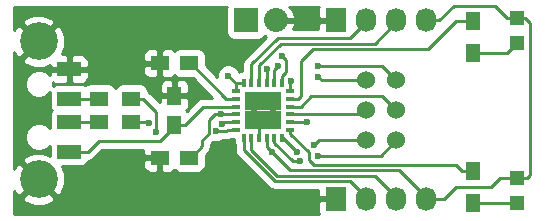
<source format=gtl>
G04 #@! TF.FileFunction,Copper,L1,Top,Signal*
%FSLAX46Y46*%
G04 Gerber Fmt 4.6, Leading zero omitted, Abs format (unit mm)*
G04 Created by KiCad (PCBNEW (2016-05-05 BZR 6775)-product) date Monday, 13 February 2017 'pmt' 19:42:56*
%MOMM*%
%LPD*%
G01*
G04 APERTURE LIST*
%ADD10C,0.100000*%
%ADD11R,2.000000X1.200000*%
%ADD12C,3.200000*%
%ADD13R,0.750000X0.300000*%
%ADD14R,0.300000X0.750000*%
%ADD15R,1.600000X1.600000*%
%ADD16R,1.500000X1.250000*%
%ADD17R,1.250000X1.500000*%
%ADD18R,1.198880X1.198880*%
%ADD19R,1.727200X2.032000*%
%ADD20O,1.727200X2.032000*%
%ADD21R,1.300000X1.500000*%
%ADD22R,1.500000X1.300000*%
%ADD23R,2.032000X2.032000*%
%ADD24O,2.032000X2.032000*%
%ADD25C,1.524000*%
%ADD26C,0.600000*%
%ADD27C,0.250000*%
%ADD28C,0.254000*%
G04 APERTURE END LIST*
D10*
D11*
X75350000Y-83000000D03*
X75350000Y-80500000D03*
X75350000Y-78500000D03*
X75350000Y-76000000D03*
D12*
X72750000Y-85350000D03*
X72750000Y-73650000D03*
D13*
X94075000Y-81125000D03*
X94075000Y-80475000D03*
X94075000Y-79825000D03*
X94075000Y-79175000D03*
X94075000Y-78525000D03*
X94075000Y-77875000D03*
D14*
X93375000Y-77175000D03*
X92725000Y-77175000D03*
X92075000Y-77175000D03*
X91425000Y-77175000D03*
X90775000Y-77175000D03*
X90125000Y-77175000D03*
D13*
X89425000Y-77875000D03*
X89425000Y-78525000D03*
X89425000Y-79175000D03*
X89425000Y-79825000D03*
X89425000Y-80475000D03*
X89425000Y-81125000D03*
D14*
X90125000Y-81825000D03*
X90775000Y-81825000D03*
X91425000Y-81825000D03*
X92075000Y-81825000D03*
X92725000Y-81825000D03*
X93375000Y-81825000D03*
D15*
X90950000Y-78700000D03*
X90950000Y-80300000D03*
X92550000Y-78700000D03*
X92550000Y-80300000D03*
D16*
X83000000Y-75500000D03*
X85500000Y-75500000D03*
X85500000Y-83500000D03*
X83000000Y-83500000D03*
D17*
X84250000Y-80750000D03*
X84250000Y-78250000D03*
D18*
X113250000Y-85250000D03*
X113250000Y-87348040D03*
X113250000Y-71700980D03*
X113250000Y-73799020D03*
D19*
X97940000Y-71880000D03*
D20*
X100480000Y-71880000D03*
X103020000Y-71880000D03*
X105560000Y-71880000D03*
D19*
X97940000Y-87000000D03*
D20*
X100480000Y-87000000D03*
X103020000Y-87000000D03*
X105560000Y-87000000D03*
D21*
X109500000Y-84650000D03*
X109500000Y-87350000D03*
X109500000Y-74600000D03*
X109500000Y-71900000D03*
D22*
X77900000Y-80500000D03*
X80600000Y-80500000D03*
X77900000Y-78500000D03*
X80600000Y-78500000D03*
D23*
X90320000Y-71880000D03*
D24*
X92860000Y-71880000D03*
D25*
X100480000Y-76960000D03*
X103020000Y-76960000D03*
X100480000Y-79500000D03*
X103020000Y-79500000D03*
X100480000Y-82040000D03*
X103020000Y-82040000D03*
D26*
X83462000Y-73150000D03*
X90950000Y-78700000D03*
X92084437Y-76034403D03*
X92500000Y-83000000D03*
X88175000Y-79825000D03*
X88802962Y-76545976D03*
X95475000Y-80475000D03*
X82090535Y-80554704D03*
X88258161Y-80633010D03*
X82719658Y-81292714D03*
X87780000Y-81278000D03*
X93368000Y-74928000D03*
X94099892Y-76983499D03*
X96431670Y-76661753D03*
X96423914Y-75758886D03*
X93009918Y-75756330D03*
X96107119Y-82401454D03*
X94638000Y-83056000D03*
X96443219Y-83346735D03*
X94892000Y-83818000D03*
D27*
X83462000Y-74163000D02*
X83462000Y-73150000D01*
X83000000Y-75500000D02*
X83000000Y-74625000D01*
X83000000Y-74625000D02*
X83462000Y-74163000D01*
X91425000Y-81825000D02*
X91425000Y-80775000D01*
X91425000Y-80775000D02*
X90950000Y-80300000D01*
X90950000Y-80300000D02*
X90950000Y-78700000D01*
X83000000Y-75500000D02*
X83000000Y-77875000D01*
X83000000Y-77875000D02*
X83375000Y-78250000D01*
X83375000Y-78250000D02*
X84250000Y-78250000D01*
X85500000Y-75500000D02*
X85625000Y-75500000D01*
X85625000Y-75500000D02*
X88650000Y-78525000D01*
X88650000Y-78525000D02*
X88800000Y-78525000D01*
X88800000Y-78525000D02*
X89425000Y-78525000D01*
X105560000Y-87000000D02*
X105560000Y-86847600D01*
X105560000Y-86847600D02*
X103291893Y-84579493D01*
X103291893Y-84579493D02*
X94079493Y-84579493D01*
X92799999Y-83299999D02*
X92500000Y-83000000D01*
X94079493Y-84579493D02*
X92799999Y-83299999D01*
X92075000Y-76043840D02*
X92084437Y-76034403D01*
X92075000Y-77175000D02*
X92075000Y-76043840D01*
X92075000Y-81825000D02*
X92075000Y-82575000D01*
X92075000Y-82575000D02*
X92500000Y-83000000D01*
X87671220Y-79825000D02*
X88175000Y-79825000D01*
X89425000Y-79825000D02*
X88175000Y-79825000D01*
X87671220Y-79825000D02*
X87154999Y-80341221D01*
X85625000Y-83500000D02*
X85500000Y-83500000D01*
X87154999Y-80341221D02*
X87154999Y-81470002D01*
X87154999Y-81470002D02*
X86585000Y-82040000D01*
X86585000Y-82040000D02*
X86585000Y-82540000D01*
X86585000Y-82540000D02*
X85625000Y-83500000D01*
X89425000Y-77875000D02*
X89425000Y-77181986D01*
X89425000Y-77181986D02*
X89431986Y-77175000D01*
X90125000Y-77175000D02*
X89431986Y-77175000D01*
X89431986Y-77175000D02*
X88802962Y-76545976D01*
X94075000Y-80475000D02*
X95475000Y-80475000D01*
X113250000Y-85250000D02*
X114069885Y-85250000D01*
X114069885Y-85250000D02*
X114384586Y-84935299D01*
X114384586Y-72119694D02*
X113965872Y-71700980D01*
X114384586Y-84935299D02*
X114384586Y-72119694D01*
X113965872Y-71700980D02*
X113250000Y-71700980D01*
X113250000Y-85250000D02*
X111832125Y-85250000D01*
X111832125Y-85250000D02*
X111093903Y-85988222D01*
X111093903Y-85988222D02*
X108053415Y-85988222D01*
X108053415Y-85988222D02*
X107041637Y-87000000D01*
X107041637Y-87000000D02*
X105560000Y-87000000D01*
X113250000Y-71700980D02*
X112400560Y-71700980D01*
X112400560Y-71700980D02*
X111366862Y-70667282D01*
X111366862Y-70667282D02*
X107886318Y-70667282D01*
X107886318Y-70667282D02*
X106673600Y-71880000D01*
X106673600Y-71880000D02*
X105560000Y-71880000D01*
X84250000Y-80750000D02*
X84250000Y-80875000D01*
X84250000Y-80875000D02*
X83062103Y-82062897D01*
X83062103Y-82062897D02*
X77839651Y-82062897D01*
X77839651Y-82062897D02*
X76902548Y-83000000D01*
X76902548Y-83000000D02*
X76600000Y-83000000D01*
X76600000Y-83000000D02*
X75350000Y-83000000D01*
X84250000Y-80750000D02*
X85125000Y-80750000D01*
X85125000Y-80750000D02*
X86700000Y-79175000D01*
X86700000Y-79175000D02*
X88800000Y-79175000D01*
X88800000Y-79175000D02*
X89425000Y-79175000D01*
X100480000Y-71880000D02*
X100480000Y-72032400D01*
X100480000Y-72032400D02*
X99120734Y-73391666D01*
X99120734Y-73391666D02*
X92990021Y-73391666D01*
X90775000Y-76550000D02*
X90775000Y-77175000D01*
X92990021Y-73391666D02*
X90775000Y-75606687D01*
X90775000Y-75606687D02*
X90775000Y-76550000D01*
X103020000Y-71880000D02*
X103020000Y-72032400D01*
X103020000Y-72032400D02*
X101210723Y-73841677D01*
X101210723Y-73841677D02*
X93245441Y-73841677D01*
X93245441Y-73841677D02*
X91425000Y-75662118D01*
X91425000Y-76550000D02*
X91425000Y-77175000D01*
X91425000Y-75662118D02*
X91425000Y-76550000D01*
X92750455Y-85479515D02*
X90125000Y-82854060D01*
X90125000Y-82854060D02*
X90125000Y-82450000D01*
X90125000Y-82450000D02*
X90125000Y-81825000D01*
X100480000Y-87000000D02*
X100480000Y-86847600D01*
X100480000Y-86847600D02*
X99111915Y-85479515D01*
X99111915Y-85479515D02*
X92750455Y-85479515D01*
X101201904Y-85029504D02*
X92936855Y-85029504D01*
X92936855Y-85029504D02*
X90775000Y-82867649D01*
X90775000Y-82867649D02*
X90775000Y-82450000D01*
X90775000Y-82450000D02*
X90775000Y-81825000D01*
X103020000Y-87000000D02*
X103020000Y-86847600D01*
X103020000Y-86847600D02*
X101201904Y-85029504D01*
X75350000Y-80500000D02*
X77900000Y-80500000D01*
X75350000Y-78500000D02*
X77900000Y-78500000D01*
X94075000Y-81525000D02*
X94075000Y-81125000D01*
X108079482Y-84129482D02*
X96069893Y-84129482D01*
X108600000Y-84650000D02*
X108079482Y-84129482D01*
X96069893Y-84129482D02*
X95608154Y-83667743D01*
X109500000Y-84650000D02*
X108600000Y-84650000D01*
X95608154Y-83058154D02*
X94075000Y-81525000D01*
X95608154Y-83667743D02*
X95608154Y-83058154D01*
X109500000Y-87350000D02*
X113248040Y-87350000D01*
X113248040Y-87350000D02*
X113250000Y-87348040D01*
X109500000Y-74600000D02*
X112449020Y-74600000D01*
X112449020Y-74600000D02*
X113250000Y-73799020D01*
X109500000Y-71900000D02*
X108110666Y-71900000D01*
X105718978Y-74291688D02*
X95979615Y-74291688D01*
X108110666Y-71900000D02*
X105718978Y-74291688D01*
X95979615Y-74291688D02*
X94938274Y-75333029D01*
X94700000Y-78525000D02*
X94075000Y-78525000D01*
X94938274Y-75333029D02*
X94938274Y-78286726D01*
X94938274Y-78286726D02*
X94700000Y-78525000D01*
X82035831Y-80500000D02*
X82090535Y-80554704D01*
X80600000Y-80500000D02*
X82035831Y-80500000D01*
X88416171Y-80475000D02*
X88258161Y-80633010D01*
X89425000Y-80475000D02*
X88416171Y-80475000D01*
X82719658Y-80868450D02*
X82719658Y-81292714D01*
X82719658Y-79619658D02*
X82719658Y-80868450D01*
X81600000Y-78500000D02*
X82719658Y-79619658D01*
X80600000Y-78500000D02*
X81600000Y-78500000D01*
X88647000Y-81278000D02*
X88204264Y-81278000D01*
X88204264Y-81278000D02*
X87780000Y-81278000D01*
X88800000Y-81125000D02*
X88647000Y-81278000D01*
X89425000Y-81125000D02*
X88800000Y-81125000D01*
X93375000Y-77175000D02*
X93375000Y-76550000D01*
X93375000Y-76550000D02*
X93667999Y-76257001D01*
X93667999Y-76257001D02*
X93667999Y-75227999D01*
X93667999Y-75227999D02*
X93368000Y-74928000D01*
X94075000Y-77008391D02*
X94099892Y-76983499D01*
X94075000Y-77875000D02*
X94075000Y-77008391D01*
X96729917Y-76960000D02*
X96431670Y-76661753D01*
X100480000Y-76960000D02*
X96729917Y-76960000D01*
X101818886Y-75758886D02*
X96848178Y-75758886D01*
X103020000Y-76960000D02*
X101818886Y-75758886D01*
X96848178Y-75758886D02*
X96423914Y-75758886D01*
X92725000Y-76041248D02*
X93009918Y-75756330D01*
X92725000Y-77175000D02*
X92725000Y-76041248D01*
X94075000Y-79825000D02*
X100155000Y-79825000D01*
X100155000Y-79825000D02*
X100480000Y-79500000D01*
X94075000Y-79175000D02*
X94942433Y-79175000D01*
X94942433Y-79175000D02*
X95847102Y-78270331D01*
X95847102Y-78270331D02*
X101790331Y-78270331D01*
X101790331Y-78270331D02*
X102258001Y-78738001D01*
X102258001Y-78738001D02*
X103020000Y-79500000D01*
X96407118Y-82101455D02*
X96107119Y-82401454D01*
X96468573Y-82040000D02*
X96407118Y-82101455D01*
X100480000Y-82040000D02*
X96468573Y-82040000D01*
X93375000Y-81825000D02*
X93407000Y-81825000D01*
X93407000Y-81825000D02*
X94638000Y-83056000D01*
X101713265Y-83346735D02*
X96867483Y-83346735D01*
X96867483Y-83346735D02*
X96443219Y-83346735D01*
X103020000Y-82040000D02*
X101713265Y-83346735D01*
X92725000Y-81825000D02*
X92725000Y-82285002D01*
X92725000Y-82285002D02*
X94257998Y-83818000D01*
X94257998Y-83818000D02*
X94892000Y-83818000D01*
D28*
G36*
X88656560Y-70864000D02*
X88656560Y-72896000D01*
X88705843Y-73143765D01*
X88846191Y-73353809D01*
X89056235Y-73494157D01*
X89304000Y-73543440D01*
X91336000Y-73543440D01*
X91583765Y-73494157D01*
X91793809Y-73353809D01*
X91898662Y-73196887D01*
X91995182Y-73286385D01*
X92013085Y-73293800D01*
X90237599Y-75069286D01*
X90072852Y-75315848D01*
X90015000Y-75606687D01*
X90015000Y-76152560D01*
X89975000Y-76152560D01*
X89727235Y-76201843D01*
X89684296Y-76230534D01*
X89596079Y-76017033D01*
X89333289Y-75753784D01*
X88989761Y-75611138D01*
X88617795Y-75610814D01*
X88274019Y-75752859D01*
X88010770Y-76015649D01*
X87868124Y-76359177D01*
X87867855Y-76668053D01*
X86897440Y-75697638D01*
X86897440Y-74875000D01*
X86848157Y-74627235D01*
X86707809Y-74417191D01*
X86497765Y-74276843D01*
X86250000Y-74227560D01*
X84750000Y-74227560D01*
X84502235Y-74276843D01*
X84292191Y-74417191D01*
X84251346Y-74478320D01*
X84109698Y-74336673D01*
X83876309Y-74240000D01*
X83285750Y-74240000D01*
X83127000Y-74398750D01*
X83127000Y-75373000D01*
X83147000Y-75373000D01*
X83147000Y-75627000D01*
X83127000Y-75627000D01*
X83127000Y-76601250D01*
X83285750Y-76760000D01*
X83876309Y-76760000D01*
X84109698Y-76663327D01*
X84251346Y-76521680D01*
X84292191Y-76582809D01*
X84502235Y-76723157D01*
X84750000Y-76772440D01*
X85822638Y-76772440D01*
X87465198Y-78415000D01*
X86700000Y-78415000D01*
X86409160Y-78472852D01*
X86162599Y-78637599D01*
X85287969Y-79512229D01*
X85271680Y-79501346D01*
X85413327Y-79359698D01*
X85510000Y-79126309D01*
X85510000Y-78535750D01*
X85351250Y-78377000D01*
X84377000Y-78377000D01*
X84377000Y-78397000D01*
X84123000Y-78397000D01*
X84123000Y-78377000D01*
X83148750Y-78377000D01*
X82990000Y-78535750D01*
X82990000Y-78815198D01*
X82137401Y-77962599D01*
X81997440Y-77869080D01*
X81997440Y-77850000D01*
X81948157Y-77602235D01*
X81807809Y-77392191D01*
X81780123Y-77373691D01*
X82990000Y-77373691D01*
X82990000Y-77964250D01*
X83148750Y-78123000D01*
X84123000Y-78123000D01*
X84123000Y-77023750D01*
X84377000Y-77023750D01*
X84377000Y-78123000D01*
X85351250Y-78123000D01*
X85510000Y-77964250D01*
X85510000Y-77373691D01*
X85413327Y-77140302D01*
X85234699Y-76961673D01*
X85001310Y-76865000D01*
X84535750Y-76865000D01*
X84377000Y-77023750D01*
X84123000Y-77023750D01*
X83964250Y-76865000D01*
X83498690Y-76865000D01*
X83265301Y-76961673D01*
X83086673Y-77140302D01*
X82990000Y-77373691D01*
X81780123Y-77373691D01*
X81597765Y-77251843D01*
X81350000Y-77202560D01*
X79850000Y-77202560D01*
X79602235Y-77251843D01*
X79392191Y-77392191D01*
X79251843Y-77602235D01*
X79250000Y-77611500D01*
X79248157Y-77602235D01*
X79107809Y-77392191D01*
X78897765Y-77251843D01*
X78650000Y-77202560D01*
X77150000Y-77202560D01*
X76902235Y-77251843D01*
X76712585Y-77378564D01*
X76597765Y-77301843D01*
X76350000Y-77252560D01*
X74350000Y-77252560D01*
X74102235Y-77301843D01*
X73934858Y-77413682D01*
X73935147Y-77083172D01*
X73990301Y-77138327D01*
X74223690Y-77235000D01*
X75064250Y-77235000D01*
X75223000Y-77076250D01*
X75223000Y-76127000D01*
X75477000Y-76127000D01*
X75477000Y-77076250D01*
X75635750Y-77235000D01*
X76476310Y-77235000D01*
X76709699Y-77138327D01*
X76888327Y-76959698D01*
X76985000Y-76726309D01*
X76985000Y-76285750D01*
X76826250Y-76127000D01*
X75477000Y-76127000D01*
X75223000Y-76127000D01*
X73873750Y-76127000D01*
X73715000Y-76285750D01*
X73715000Y-76539378D01*
X73422125Y-76245991D01*
X72986745Y-76065206D01*
X72515323Y-76064794D01*
X72079628Y-76244820D01*
X71745991Y-76577875D01*
X71565206Y-77013255D01*
X71564794Y-77484677D01*
X71744820Y-77920372D01*
X72077875Y-78254009D01*
X72513255Y-78434794D01*
X72984677Y-78435206D01*
X73420372Y-78255180D01*
X73702560Y-77973484D01*
X73702560Y-79100000D01*
X73751843Y-79347765D01*
X73853564Y-79500000D01*
X73751843Y-79652235D01*
X73702560Y-79900000D01*
X73702560Y-81026916D01*
X73422125Y-80745991D01*
X72986745Y-80565206D01*
X72515323Y-80564794D01*
X72079628Y-80744820D01*
X71745991Y-81077875D01*
X71565206Y-81513255D01*
X71564794Y-81984677D01*
X71744820Y-82420372D01*
X72077875Y-82754009D01*
X72513255Y-82934794D01*
X72984677Y-82935206D01*
X73420372Y-82755180D01*
X73702560Y-82473484D01*
X73702560Y-83323224D01*
X73157654Y-83107974D01*
X72268637Y-83122635D01*
X71515390Y-83434640D01*
X71343403Y-83763798D01*
X72750000Y-85170395D01*
X72764143Y-85156253D01*
X72943748Y-85335858D01*
X72929605Y-85350000D01*
X74336202Y-86756597D01*
X74665360Y-86584610D01*
X74992026Y-85757654D01*
X74977365Y-84868637D01*
X74720057Y-84247440D01*
X76350000Y-84247440D01*
X76597765Y-84198157D01*
X76807809Y-84057809D01*
X76948157Y-83847765D01*
X76960492Y-83785750D01*
X81615000Y-83785750D01*
X81615000Y-84251310D01*
X81711673Y-84484699D01*
X81890302Y-84663327D01*
X82123691Y-84760000D01*
X82714250Y-84760000D01*
X82873000Y-84601250D01*
X82873000Y-83627000D01*
X81773750Y-83627000D01*
X81615000Y-83785750D01*
X76960492Y-83785750D01*
X76968212Y-83746938D01*
X77193387Y-83702148D01*
X77439949Y-83537401D01*
X78154453Y-82822897D01*
X81615000Y-82822897D01*
X81615000Y-83214250D01*
X81773750Y-83373000D01*
X82873000Y-83373000D01*
X82873000Y-83353000D01*
X83127000Y-83353000D01*
X83127000Y-83373000D01*
X83147000Y-83373000D01*
X83147000Y-83627000D01*
X83127000Y-83627000D01*
X83127000Y-84601250D01*
X83285750Y-84760000D01*
X83876309Y-84760000D01*
X84109698Y-84663327D01*
X84251346Y-84521680D01*
X84292191Y-84582809D01*
X84502235Y-84723157D01*
X84750000Y-84772440D01*
X86250000Y-84772440D01*
X86497765Y-84723157D01*
X86707809Y-84582809D01*
X86848157Y-84372765D01*
X86897440Y-84125000D01*
X86897440Y-83302362D01*
X87122401Y-83077401D01*
X87287148Y-82830839D01*
X87345000Y-82540000D01*
X87345000Y-82354803D01*
X87518135Y-82181668D01*
X87593201Y-82212838D01*
X87965167Y-82213162D01*
X88308943Y-82071117D01*
X88342118Y-82038000D01*
X88647000Y-82038000D01*
X88937839Y-81980148D01*
X89030123Y-81918486D01*
X89050000Y-81922440D01*
X89327560Y-81922440D01*
X89327560Y-82200000D01*
X89365000Y-82388226D01*
X89365000Y-82854060D01*
X89422852Y-83144899D01*
X89587599Y-83391461D01*
X92213054Y-86016916D01*
X92459616Y-86181663D01*
X92750455Y-86239515D01*
X96441400Y-86239515D01*
X96441400Y-86714250D01*
X96600150Y-86873000D01*
X97813000Y-86873000D01*
X97813000Y-86853000D01*
X98067000Y-86853000D01*
X98067000Y-86873000D01*
X98087000Y-86873000D01*
X98087000Y-87127000D01*
X98067000Y-87127000D01*
X98067000Y-87147000D01*
X97813000Y-87147000D01*
X97813000Y-87127000D01*
X96600150Y-87127000D01*
X96441400Y-87285750D01*
X96441400Y-88142310D01*
X96502575Y-88290000D01*
X70710000Y-88290000D01*
X70710000Y-86936202D01*
X71343403Y-86936202D01*
X71515390Y-87265360D01*
X72342346Y-87592026D01*
X73231363Y-87577365D01*
X73984610Y-87265360D01*
X74156597Y-86936202D01*
X72750000Y-85529605D01*
X71343403Y-86936202D01*
X70710000Y-86936202D01*
X70710000Y-86283702D01*
X70834640Y-86584610D01*
X71163798Y-86756597D01*
X72570395Y-85350000D01*
X71163798Y-83943403D01*
X70834640Y-84115390D01*
X70710000Y-84430917D01*
X70710000Y-75236202D01*
X71343403Y-75236202D01*
X71515390Y-75565360D01*
X72342346Y-75892026D01*
X73231363Y-75877365D01*
X73715000Y-75677036D01*
X73715000Y-75714250D01*
X73873750Y-75873000D01*
X75223000Y-75873000D01*
X75223000Y-74923750D01*
X75477000Y-74923750D01*
X75477000Y-75873000D01*
X76826250Y-75873000D01*
X76913500Y-75785750D01*
X81615000Y-75785750D01*
X81615000Y-76251310D01*
X81711673Y-76484699D01*
X81890302Y-76663327D01*
X82123691Y-76760000D01*
X82714250Y-76760000D01*
X82873000Y-76601250D01*
X82873000Y-75627000D01*
X81773750Y-75627000D01*
X81615000Y-75785750D01*
X76913500Y-75785750D01*
X76985000Y-75714250D01*
X76985000Y-75273691D01*
X76888327Y-75040302D01*
X76709699Y-74861673D01*
X76476310Y-74765000D01*
X75635750Y-74765000D01*
X75477000Y-74923750D01*
X75223000Y-74923750D01*
X75064250Y-74765000D01*
X74712609Y-74765000D01*
X74719051Y-74748690D01*
X81615000Y-74748690D01*
X81615000Y-75214250D01*
X81773750Y-75373000D01*
X82873000Y-75373000D01*
X82873000Y-74398750D01*
X82714250Y-74240000D01*
X82123691Y-74240000D01*
X81890302Y-74336673D01*
X81711673Y-74515301D01*
X81615000Y-74748690D01*
X74719051Y-74748690D01*
X74992026Y-74057654D01*
X74977365Y-73168637D01*
X74665360Y-72415390D01*
X74336202Y-72243403D01*
X72929605Y-73650000D01*
X72943748Y-73664143D01*
X72764143Y-73843748D01*
X72750000Y-73829605D01*
X71343403Y-75236202D01*
X70710000Y-75236202D01*
X70710000Y-74583702D01*
X70834640Y-74884610D01*
X71163798Y-75056597D01*
X72570395Y-73650000D01*
X71163798Y-72243403D01*
X70834640Y-72415390D01*
X70710000Y-72730917D01*
X70710000Y-72063798D01*
X71343403Y-72063798D01*
X72750000Y-73470395D01*
X74156597Y-72063798D01*
X73984610Y-71734640D01*
X73157654Y-71407974D01*
X72268637Y-71422635D01*
X71515390Y-71734640D01*
X71343403Y-72063798D01*
X70710000Y-72063798D01*
X70710000Y-70710000D01*
X88687192Y-70710000D01*
X88656560Y-70864000D01*
X88656560Y-70864000D01*
G37*
X88656560Y-70864000D02*
X88656560Y-72896000D01*
X88705843Y-73143765D01*
X88846191Y-73353809D01*
X89056235Y-73494157D01*
X89304000Y-73543440D01*
X91336000Y-73543440D01*
X91583765Y-73494157D01*
X91793809Y-73353809D01*
X91898662Y-73196887D01*
X91995182Y-73286385D01*
X92013085Y-73293800D01*
X90237599Y-75069286D01*
X90072852Y-75315848D01*
X90015000Y-75606687D01*
X90015000Y-76152560D01*
X89975000Y-76152560D01*
X89727235Y-76201843D01*
X89684296Y-76230534D01*
X89596079Y-76017033D01*
X89333289Y-75753784D01*
X88989761Y-75611138D01*
X88617795Y-75610814D01*
X88274019Y-75752859D01*
X88010770Y-76015649D01*
X87868124Y-76359177D01*
X87867855Y-76668053D01*
X86897440Y-75697638D01*
X86897440Y-74875000D01*
X86848157Y-74627235D01*
X86707809Y-74417191D01*
X86497765Y-74276843D01*
X86250000Y-74227560D01*
X84750000Y-74227560D01*
X84502235Y-74276843D01*
X84292191Y-74417191D01*
X84251346Y-74478320D01*
X84109698Y-74336673D01*
X83876309Y-74240000D01*
X83285750Y-74240000D01*
X83127000Y-74398750D01*
X83127000Y-75373000D01*
X83147000Y-75373000D01*
X83147000Y-75627000D01*
X83127000Y-75627000D01*
X83127000Y-76601250D01*
X83285750Y-76760000D01*
X83876309Y-76760000D01*
X84109698Y-76663327D01*
X84251346Y-76521680D01*
X84292191Y-76582809D01*
X84502235Y-76723157D01*
X84750000Y-76772440D01*
X85822638Y-76772440D01*
X87465198Y-78415000D01*
X86700000Y-78415000D01*
X86409160Y-78472852D01*
X86162599Y-78637599D01*
X85287969Y-79512229D01*
X85271680Y-79501346D01*
X85413327Y-79359698D01*
X85510000Y-79126309D01*
X85510000Y-78535750D01*
X85351250Y-78377000D01*
X84377000Y-78377000D01*
X84377000Y-78397000D01*
X84123000Y-78397000D01*
X84123000Y-78377000D01*
X83148750Y-78377000D01*
X82990000Y-78535750D01*
X82990000Y-78815198D01*
X82137401Y-77962599D01*
X81997440Y-77869080D01*
X81997440Y-77850000D01*
X81948157Y-77602235D01*
X81807809Y-77392191D01*
X81780123Y-77373691D01*
X82990000Y-77373691D01*
X82990000Y-77964250D01*
X83148750Y-78123000D01*
X84123000Y-78123000D01*
X84123000Y-77023750D01*
X84377000Y-77023750D01*
X84377000Y-78123000D01*
X85351250Y-78123000D01*
X85510000Y-77964250D01*
X85510000Y-77373691D01*
X85413327Y-77140302D01*
X85234699Y-76961673D01*
X85001310Y-76865000D01*
X84535750Y-76865000D01*
X84377000Y-77023750D01*
X84123000Y-77023750D01*
X83964250Y-76865000D01*
X83498690Y-76865000D01*
X83265301Y-76961673D01*
X83086673Y-77140302D01*
X82990000Y-77373691D01*
X81780123Y-77373691D01*
X81597765Y-77251843D01*
X81350000Y-77202560D01*
X79850000Y-77202560D01*
X79602235Y-77251843D01*
X79392191Y-77392191D01*
X79251843Y-77602235D01*
X79250000Y-77611500D01*
X79248157Y-77602235D01*
X79107809Y-77392191D01*
X78897765Y-77251843D01*
X78650000Y-77202560D01*
X77150000Y-77202560D01*
X76902235Y-77251843D01*
X76712585Y-77378564D01*
X76597765Y-77301843D01*
X76350000Y-77252560D01*
X74350000Y-77252560D01*
X74102235Y-77301843D01*
X73934858Y-77413682D01*
X73935147Y-77083172D01*
X73990301Y-77138327D01*
X74223690Y-77235000D01*
X75064250Y-77235000D01*
X75223000Y-77076250D01*
X75223000Y-76127000D01*
X75477000Y-76127000D01*
X75477000Y-77076250D01*
X75635750Y-77235000D01*
X76476310Y-77235000D01*
X76709699Y-77138327D01*
X76888327Y-76959698D01*
X76985000Y-76726309D01*
X76985000Y-76285750D01*
X76826250Y-76127000D01*
X75477000Y-76127000D01*
X75223000Y-76127000D01*
X73873750Y-76127000D01*
X73715000Y-76285750D01*
X73715000Y-76539378D01*
X73422125Y-76245991D01*
X72986745Y-76065206D01*
X72515323Y-76064794D01*
X72079628Y-76244820D01*
X71745991Y-76577875D01*
X71565206Y-77013255D01*
X71564794Y-77484677D01*
X71744820Y-77920372D01*
X72077875Y-78254009D01*
X72513255Y-78434794D01*
X72984677Y-78435206D01*
X73420372Y-78255180D01*
X73702560Y-77973484D01*
X73702560Y-79100000D01*
X73751843Y-79347765D01*
X73853564Y-79500000D01*
X73751843Y-79652235D01*
X73702560Y-79900000D01*
X73702560Y-81026916D01*
X73422125Y-80745991D01*
X72986745Y-80565206D01*
X72515323Y-80564794D01*
X72079628Y-80744820D01*
X71745991Y-81077875D01*
X71565206Y-81513255D01*
X71564794Y-81984677D01*
X71744820Y-82420372D01*
X72077875Y-82754009D01*
X72513255Y-82934794D01*
X72984677Y-82935206D01*
X73420372Y-82755180D01*
X73702560Y-82473484D01*
X73702560Y-83323224D01*
X73157654Y-83107974D01*
X72268637Y-83122635D01*
X71515390Y-83434640D01*
X71343403Y-83763798D01*
X72750000Y-85170395D01*
X72764143Y-85156253D01*
X72943748Y-85335858D01*
X72929605Y-85350000D01*
X74336202Y-86756597D01*
X74665360Y-86584610D01*
X74992026Y-85757654D01*
X74977365Y-84868637D01*
X74720057Y-84247440D01*
X76350000Y-84247440D01*
X76597765Y-84198157D01*
X76807809Y-84057809D01*
X76948157Y-83847765D01*
X76960492Y-83785750D01*
X81615000Y-83785750D01*
X81615000Y-84251310D01*
X81711673Y-84484699D01*
X81890302Y-84663327D01*
X82123691Y-84760000D01*
X82714250Y-84760000D01*
X82873000Y-84601250D01*
X82873000Y-83627000D01*
X81773750Y-83627000D01*
X81615000Y-83785750D01*
X76960492Y-83785750D01*
X76968212Y-83746938D01*
X77193387Y-83702148D01*
X77439949Y-83537401D01*
X78154453Y-82822897D01*
X81615000Y-82822897D01*
X81615000Y-83214250D01*
X81773750Y-83373000D01*
X82873000Y-83373000D01*
X82873000Y-83353000D01*
X83127000Y-83353000D01*
X83127000Y-83373000D01*
X83147000Y-83373000D01*
X83147000Y-83627000D01*
X83127000Y-83627000D01*
X83127000Y-84601250D01*
X83285750Y-84760000D01*
X83876309Y-84760000D01*
X84109698Y-84663327D01*
X84251346Y-84521680D01*
X84292191Y-84582809D01*
X84502235Y-84723157D01*
X84750000Y-84772440D01*
X86250000Y-84772440D01*
X86497765Y-84723157D01*
X86707809Y-84582809D01*
X86848157Y-84372765D01*
X86897440Y-84125000D01*
X86897440Y-83302362D01*
X87122401Y-83077401D01*
X87287148Y-82830839D01*
X87345000Y-82540000D01*
X87345000Y-82354803D01*
X87518135Y-82181668D01*
X87593201Y-82212838D01*
X87965167Y-82213162D01*
X88308943Y-82071117D01*
X88342118Y-82038000D01*
X88647000Y-82038000D01*
X88937839Y-81980148D01*
X89030123Y-81918486D01*
X89050000Y-81922440D01*
X89327560Y-81922440D01*
X89327560Y-82200000D01*
X89365000Y-82388226D01*
X89365000Y-82854060D01*
X89422852Y-83144899D01*
X89587599Y-83391461D01*
X92213054Y-86016916D01*
X92459616Y-86181663D01*
X92750455Y-86239515D01*
X96441400Y-86239515D01*
X96441400Y-86714250D01*
X96600150Y-86873000D01*
X97813000Y-86873000D01*
X97813000Y-86853000D01*
X98067000Y-86853000D01*
X98067000Y-86873000D01*
X98087000Y-86873000D01*
X98087000Y-87127000D01*
X98067000Y-87127000D01*
X98067000Y-87147000D01*
X97813000Y-87147000D01*
X97813000Y-87127000D01*
X96600150Y-87127000D01*
X96441400Y-87285750D01*
X96441400Y-88142310D01*
X96502575Y-88290000D01*
X70710000Y-88290000D01*
X70710000Y-86936202D01*
X71343403Y-86936202D01*
X71515390Y-87265360D01*
X72342346Y-87592026D01*
X73231363Y-87577365D01*
X73984610Y-87265360D01*
X74156597Y-86936202D01*
X72750000Y-85529605D01*
X71343403Y-86936202D01*
X70710000Y-86936202D01*
X70710000Y-86283702D01*
X70834640Y-86584610D01*
X71163798Y-86756597D01*
X72570395Y-85350000D01*
X71163798Y-83943403D01*
X70834640Y-84115390D01*
X70710000Y-84430917D01*
X70710000Y-75236202D01*
X71343403Y-75236202D01*
X71515390Y-75565360D01*
X72342346Y-75892026D01*
X73231363Y-75877365D01*
X73715000Y-75677036D01*
X73715000Y-75714250D01*
X73873750Y-75873000D01*
X75223000Y-75873000D01*
X75223000Y-74923750D01*
X75477000Y-74923750D01*
X75477000Y-75873000D01*
X76826250Y-75873000D01*
X76913500Y-75785750D01*
X81615000Y-75785750D01*
X81615000Y-76251310D01*
X81711673Y-76484699D01*
X81890302Y-76663327D01*
X82123691Y-76760000D01*
X82714250Y-76760000D01*
X82873000Y-76601250D01*
X82873000Y-75627000D01*
X81773750Y-75627000D01*
X81615000Y-75785750D01*
X76913500Y-75785750D01*
X76985000Y-75714250D01*
X76985000Y-75273691D01*
X76888327Y-75040302D01*
X76709699Y-74861673D01*
X76476310Y-74765000D01*
X75635750Y-74765000D01*
X75477000Y-74923750D01*
X75223000Y-74923750D01*
X75064250Y-74765000D01*
X74712609Y-74765000D01*
X74719051Y-74748690D01*
X81615000Y-74748690D01*
X81615000Y-75214250D01*
X81773750Y-75373000D01*
X82873000Y-75373000D01*
X82873000Y-74398750D01*
X82714250Y-74240000D01*
X82123691Y-74240000D01*
X81890302Y-74336673D01*
X81711673Y-74515301D01*
X81615000Y-74748690D01*
X74719051Y-74748690D01*
X74992026Y-74057654D01*
X74977365Y-73168637D01*
X74665360Y-72415390D01*
X74336202Y-72243403D01*
X72929605Y-73650000D01*
X72943748Y-73664143D01*
X72764143Y-73843748D01*
X72750000Y-73829605D01*
X71343403Y-75236202D01*
X70710000Y-75236202D01*
X70710000Y-74583702D01*
X70834640Y-74884610D01*
X71163798Y-75056597D01*
X72570395Y-73650000D01*
X71163798Y-72243403D01*
X70834640Y-72415390D01*
X70710000Y-72730917D01*
X70710000Y-72063798D01*
X71343403Y-72063798D01*
X72750000Y-73470395D01*
X74156597Y-72063798D01*
X73984610Y-71734640D01*
X73157654Y-71407974D01*
X72268637Y-71422635D01*
X71515390Y-71734640D01*
X71343403Y-72063798D01*
X70710000Y-72063798D01*
X70710000Y-70710000D01*
X88687192Y-70710000D01*
X88656560Y-70864000D01*
G36*
X91077000Y-78573000D02*
X92423000Y-78573000D01*
X92423000Y-78553000D01*
X92677000Y-78553000D01*
X92677000Y-78573000D01*
X92697000Y-78573000D01*
X92697000Y-78827000D01*
X92677000Y-78827000D01*
X92677000Y-80173000D01*
X92697000Y-80173000D01*
X92697000Y-80427000D01*
X92677000Y-80427000D01*
X92677000Y-80447000D01*
X92423000Y-80447000D01*
X92423000Y-80427000D01*
X91077000Y-80427000D01*
X91077000Y-80447000D01*
X90823000Y-80447000D01*
X90823000Y-80427000D01*
X90803000Y-80427000D01*
X90803000Y-80173000D01*
X90823000Y-80173000D01*
X90823000Y-78827000D01*
X91077000Y-78827000D01*
X91077000Y-80173000D01*
X92423000Y-80173000D01*
X92423000Y-78827000D01*
X91077000Y-78827000D01*
X90823000Y-78827000D01*
X90803000Y-78827000D01*
X90803000Y-78573000D01*
X90823000Y-78573000D01*
X90823000Y-78553000D01*
X91077000Y-78553000D01*
X91077000Y-78573000D01*
X91077000Y-78573000D01*
G37*
X91077000Y-78573000D02*
X92423000Y-78573000D01*
X92423000Y-78553000D01*
X92677000Y-78553000D01*
X92677000Y-78573000D01*
X92697000Y-78573000D01*
X92697000Y-78827000D01*
X92677000Y-78827000D01*
X92677000Y-80173000D01*
X92697000Y-80173000D01*
X92697000Y-80427000D01*
X92677000Y-80427000D01*
X92677000Y-80447000D01*
X92423000Y-80447000D01*
X92423000Y-80427000D01*
X91077000Y-80427000D01*
X91077000Y-80447000D01*
X90823000Y-80447000D01*
X90823000Y-80427000D01*
X90803000Y-80427000D01*
X90803000Y-80173000D01*
X90823000Y-80173000D01*
X90823000Y-78827000D01*
X91077000Y-78827000D01*
X91077000Y-80173000D01*
X92423000Y-80173000D01*
X92423000Y-78827000D01*
X91077000Y-78827000D01*
X90823000Y-78827000D01*
X90803000Y-78827000D01*
X90803000Y-78573000D01*
X90823000Y-78573000D01*
X90823000Y-78553000D01*
X91077000Y-78553000D01*
X91077000Y-78573000D01*
G36*
X96441400Y-70737690D02*
X96441400Y-71594250D01*
X96600150Y-71753000D01*
X97813000Y-71753000D01*
X97813000Y-71733000D01*
X98067000Y-71733000D01*
X98067000Y-71753000D01*
X98087000Y-71753000D01*
X98087000Y-72007000D01*
X98067000Y-72007000D01*
X98067000Y-72027000D01*
X97813000Y-72027000D01*
X97813000Y-72007000D01*
X96600150Y-72007000D01*
X96441400Y-72165750D01*
X96441400Y-72631666D01*
X94296689Y-72631666D01*
X94465983Y-72262946D01*
X94347367Y-72007000D01*
X92987000Y-72007000D01*
X92987000Y-72027000D01*
X92733000Y-72027000D01*
X92733000Y-72007000D01*
X92713000Y-72007000D01*
X92713000Y-71753000D01*
X92733000Y-71753000D01*
X92733000Y-71733000D01*
X92987000Y-71733000D01*
X92987000Y-71753000D01*
X94347367Y-71753000D01*
X94465983Y-71497054D01*
X94197188Y-70911621D01*
X93979749Y-70710000D01*
X96452870Y-70710000D01*
X96441400Y-70737690D01*
X96441400Y-70737690D01*
G37*
X96441400Y-70737690D02*
X96441400Y-71594250D01*
X96600150Y-71753000D01*
X97813000Y-71753000D01*
X97813000Y-71733000D01*
X98067000Y-71733000D01*
X98067000Y-71753000D01*
X98087000Y-71753000D01*
X98087000Y-72007000D01*
X98067000Y-72007000D01*
X98067000Y-72027000D01*
X97813000Y-72027000D01*
X97813000Y-72007000D01*
X96600150Y-72007000D01*
X96441400Y-72165750D01*
X96441400Y-72631666D01*
X94296689Y-72631666D01*
X94465983Y-72262946D01*
X94347367Y-72007000D01*
X92987000Y-72007000D01*
X92987000Y-72027000D01*
X92733000Y-72027000D01*
X92733000Y-72007000D01*
X92713000Y-72007000D01*
X92713000Y-71753000D01*
X92733000Y-71753000D01*
X92733000Y-71733000D01*
X92987000Y-71733000D01*
X92987000Y-71753000D01*
X94347367Y-71753000D01*
X94465983Y-71497054D01*
X94197188Y-70911621D01*
X93979749Y-70710000D01*
X96452870Y-70710000D01*
X96441400Y-70737690D01*
M02*

</source>
